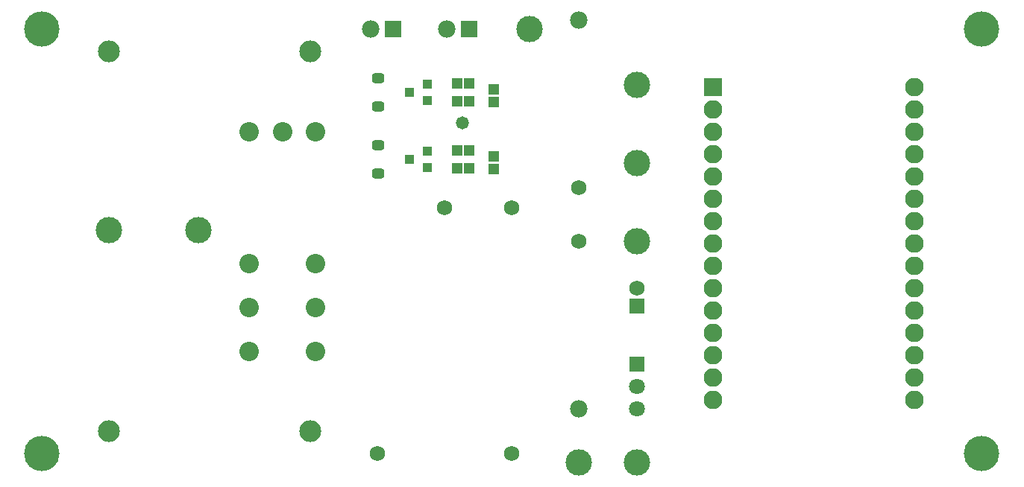
<source format=gts>
G04 Layer_Color=20142*
%FSLAX25Y25*%
%MOIN*%
G70*
G01*
G75*
%ADD33R,0.04934X0.04540*%
%ADD34R,0.04540X0.04934*%
%ADD35R,0.04343X0.03950*%
G04:AMPARAMS|DCode=36|XSize=44mil|YSize=56mil|CornerRadius=13mil|HoleSize=0mil|Usage=FLASHONLY|Rotation=270.000|XOffset=0mil|YOffset=0mil|HoleType=Round|Shape=RoundedRectangle|*
%AMROUNDEDRECTD36*
21,1,0.04400,0.03000,0,0,270.0*
21,1,0.01800,0.05600,0,0,270.0*
1,1,0.02600,-0.01500,-0.00900*
1,1,0.02600,-0.01500,0.00900*
1,1,0.02600,0.01500,0.00900*
1,1,0.02600,0.01500,-0.00900*
%
%ADD36ROUNDEDRECTD36*%
%ADD37C,0.09800*%
%ADD38R,0.06800X0.06800*%
%ADD39C,0.06800*%
%ADD40C,0.07099*%
%ADD41R,0.07099X0.07099*%
%ADD42C,0.11800*%
%ADD43C,0.07800*%
%ADD44C,0.08674*%
%ADD45C,0.08300*%
%ADD46R,0.08300X0.08300*%
%ADD47C,0.15800*%
%ADD48R,0.07800X0.07800*%
%ADD49C,0.05800*%
D33*
X1022000Y662756D02*
D03*
Y657244D02*
D03*
Y632756D02*
D03*
Y627244D02*
D03*
D34*
X1005394Y635549D02*
D03*
X1010906D02*
D03*
X1010906Y627549D02*
D03*
X1005394D02*
D03*
X1010906Y657549D02*
D03*
X1005394D02*
D03*
X1005394Y665549D02*
D03*
X1010906D02*
D03*
D35*
X992087Y627809D02*
D03*
Y635289D02*
D03*
X984213Y631549D02*
D03*
X992087Y657809D02*
D03*
Y665289D02*
D03*
X984213Y661549D02*
D03*
D36*
X970150Y637999D02*
D03*
Y625099D02*
D03*
Y655099D02*
D03*
Y667999D02*
D03*
D37*
X850000Y680000D02*
D03*
Y510000D02*
D03*
X940000D02*
D03*
Y680000D02*
D03*
D38*
X1086000Y566063D02*
D03*
D39*
Y573937D02*
D03*
X1060000Y619000D02*
D03*
Y595000D02*
D03*
X970000Y500000D02*
D03*
X1030000D02*
D03*
X1000000Y610000D02*
D03*
X1030000D02*
D03*
D40*
X1086000Y520000D02*
D03*
Y530000D02*
D03*
D41*
Y540000D02*
D03*
D42*
Y595000D02*
D03*
Y665000D02*
D03*
Y496000D02*
D03*
X1060000D02*
D03*
X1086000Y630000D02*
D03*
X890000Y600000D02*
D03*
X850000D02*
D03*
X1038000Y690000D02*
D03*
D43*
X1060000Y694000D02*
D03*
Y520000D02*
D03*
X1000800Y690000D02*
D03*
X966800D02*
D03*
D44*
X942228Y545575D02*
D03*
X912700D02*
D03*
X942228Y565260D02*
D03*
X912700D02*
D03*
X942228Y644000D02*
D03*
X927464D02*
D03*
X912700D02*
D03*
X942228Y584945D02*
D03*
X912700D02*
D03*
D45*
X1120000Y524000D02*
D03*
Y534000D02*
D03*
Y544000D02*
D03*
Y554000D02*
D03*
Y564000D02*
D03*
Y574000D02*
D03*
Y584000D02*
D03*
Y594000D02*
D03*
Y604000D02*
D03*
Y614000D02*
D03*
Y624000D02*
D03*
Y634000D02*
D03*
Y644000D02*
D03*
Y654000D02*
D03*
X1210000Y664000D02*
D03*
Y654000D02*
D03*
Y644000D02*
D03*
Y634000D02*
D03*
Y624000D02*
D03*
Y614000D02*
D03*
Y604000D02*
D03*
Y594000D02*
D03*
Y584000D02*
D03*
Y574000D02*
D03*
Y564000D02*
D03*
Y554000D02*
D03*
Y544000D02*
D03*
Y534000D02*
D03*
Y524000D02*
D03*
D46*
X1120000Y664000D02*
D03*
D47*
X820000Y690000D02*
D03*
Y500000D02*
D03*
X1240000Y690000D02*
D03*
Y500000D02*
D03*
D48*
X1010800Y690000D02*
D03*
X976800D02*
D03*
D49*
X1008000Y648000D02*
D03*
M02*

</source>
